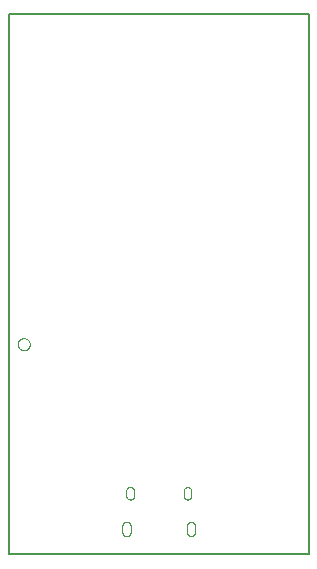
<source format=gko>
G75*
%MOIN*%
%OFA0B0*%
%FSLAX25Y25*%
%IPPOS*%
%LPD*%
%AMOC8*
5,1,8,0,0,1.08239X$1,22.5*
%
%ADD10C,0.00800*%
%ADD11C,0.00000*%
%ADD12C,0.00079*%
D10*
X0102833Y0056000D02*
X0102833Y0236000D01*
X0202833Y0236000D01*
X0202755Y0056000D01*
X0102833Y0056000D01*
D11*
X0105833Y0126000D02*
X0105835Y0126089D01*
X0105841Y0126178D01*
X0105851Y0126267D01*
X0105865Y0126355D01*
X0105882Y0126442D01*
X0105904Y0126528D01*
X0105930Y0126614D01*
X0105959Y0126698D01*
X0105992Y0126781D01*
X0106028Y0126862D01*
X0106069Y0126942D01*
X0106112Y0127019D01*
X0106159Y0127095D01*
X0106210Y0127168D01*
X0106263Y0127239D01*
X0106320Y0127308D01*
X0106380Y0127374D01*
X0106443Y0127438D01*
X0106508Y0127498D01*
X0106576Y0127556D01*
X0106647Y0127610D01*
X0106720Y0127661D01*
X0106795Y0127709D01*
X0106872Y0127754D01*
X0106951Y0127795D01*
X0107032Y0127832D01*
X0107114Y0127866D01*
X0107198Y0127897D01*
X0107283Y0127923D01*
X0107369Y0127946D01*
X0107456Y0127964D01*
X0107544Y0127979D01*
X0107633Y0127990D01*
X0107722Y0127997D01*
X0107811Y0128000D01*
X0107900Y0127999D01*
X0107989Y0127994D01*
X0108077Y0127985D01*
X0108166Y0127972D01*
X0108253Y0127955D01*
X0108340Y0127935D01*
X0108426Y0127910D01*
X0108510Y0127882D01*
X0108593Y0127850D01*
X0108675Y0127814D01*
X0108755Y0127775D01*
X0108833Y0127732D01*
X0108909Y0127686D01*
X0108983Y0127636D01*
X0109055Y0127583D01*
X0109124Y0127527D01*
X0109191Y0127468D01*
X0109255Y0127406D01*
X0109316Y0127342D01*
X0109375Y0127274D01*
X0109430Y0127204D01*
X0109482Y0127132D01*
X0109531Y0127057D01*
X0109576Y0126981D01*
X0109618Y0126902D01*
X0109656Y0126822D01*
X0109691Y0126740D01*
X0109722Y0126656D01*
X0109750Y0126571D01*
X0109773Y0126485D01*
X0109793Y0126398D01*
X0109809Y0126311D01*
X0109821Y0126222D01*
X0109829Y0126134D01*
X0109833Y0126045D01*
X0109833Y0125955D01*
X0109829Y0125866D01*
X0109821Y0125778D01*
X0109809Y0125689D01*
X0109793Y0125602D01*
X0109773Y0125515D01*
X0109750Y0125429D01*
X0109722Y0125344D01*
X0109691Y0125260D01*
X0109656Y0125178D01*
X0109618Y0125098D01*
X0109576Y0125019D01*
X0109531Y0124943D01*
X0109482Y0124868D01*
X0109430Y0124796D01*
X0109375Y0124726D01*
X0109316Y0124658D01*
X0109255Y0124594D01*
X0109191Y0124532D01*
X0109124Y0124473D01*
X0109055Y0124417D01*
X0108983Y0124364D01*
X0108909Y0124314D01*
X0108833Y0124268D01*
X0108755Y0124225D01*
X0108675Y0124186D01*
X0108593Y0124150D01*
X0108510Y0124118D01*
X0108426Y0124090D01*
X0108340Y0124065D01*
X0108253Y0124045D01*
X0108166Y0124028D01*
X0108077Y0124015D01*
X0107989Y0124006D01*
X0107900Y0124001D01*
X0107811Y0124000D01*
X0107722Y0124003D01*
X0107633Y0124010D01*
X0107544Y0124021D01*
X0107456Y0124036D01*
X0107369Y0124054D01*
X0107283Y0124077D01*
X0107198Y0124103D01*
X0107114Y0124134D01*
X0107032Y0124168D01*
X0106951Y0124205D01*
X0106872Y0124246D01*
X0106795Y0124291D01*
X0106720Y0124339D01*
X0106647Y0124390D01*
X0106576Y0124444D01*
X0106508Y0124502D01*
X0106443Y0124562D01*
X0106380Y0124626D01*
X0106320Y0124692D01*
X0106263Y0124761D01*
X0106210Y0124832D01*
X0106159Y0124905D01*
X0106112Y0124981D01*
X0106069Y0125058D01*
X0106028Y0125138D01*
X0105992Y0125219D01*
X0105959Y0125302D01*
X0105930Y0125386D01*
X0105904Y0125472D01*
X0105882Y0125558D01*
X0105865Y0125645D01*
X0105851Y0125733D01*
X0105841Y0125822D01*
X0105835Y0125911D01*
X0105833Y0126000D01*
D12*
X0141987Y0077094D02*
X0141987Y0075520D01*
X0141986Y0075520D02*
X0141991Y0075448D01*
X0142000Y0075376D01*
X0142013Y0075305D01*
X0142030Y0075234D01*
X0142050Y0075165D01*
X0142075Y0075097D01*
X0142102Y0075030D01*
X0142134Y0074965D01*
X0142169Y0074901D01*
X0142207Y0074840D01*
X0142248Y0074781D01*
X0142293Y0074724D01*
X0142341Y0074669D01*
X0142391Y0074618D01*
X0142445Y0074569D01*
X0142500Y0074523D01*
X0142559Y0074480D01*
X0142619Y0074440D01*
X0142682Y0074404D01*
X0142746Y0074371D01*
X0142812Y0074341D01*
X0142880Y0074316D01*
X0142949Y0074293D01*
X0143019Y0074275D01*
X0143090Y0074261D01*
X0143161Y0074250D01*
X0143233Y0074243D01*
X0143306Y0074240D01*
X0143306Y0074241D02*
X0143373Y0074239D01*
X0143440Y0074241D01*
X0143507Y0074247D01*
X0143574Y0074257D01*
X0143640Y0074270D01*
X0143705Y0074287D01*
X0143769Y0074308D01*
X0143831Y0074333D01*
X0143893Y0074361D01*
X0143952Y0074393D01*
X0144010Y0074427D01*
X0144065Y0074465D01*
X0144118Y0074507D01*
X0144169Y0074551D01*
X0144217Y0074598D01*
X0144263Y0074647D01*
X0144305Y0074700D01*
X0144345Y0074754D01*
X0144381Y0074811D01*
X0144414Y0074869D01*
X0144444Y0074930D01*
X0144470Y0074992D01*
X0144492Y0075055D01*
X0144511Y0075120D01*
X0144527Y0075185D01*
X0144538Y0075252D01*
X0144546Y0075318D01*
X0144550Y0075386D01*
X0144550Y0075453D01*
X0144546Y0075520D01*
X0144546Y0077094D01*
X0144544Y0077163D01*
X0144538Y0077232D01*
X0144529Y0077301D01*
X0144516Y0077369D01*
X0144499Y0077436D01*
X0144479Y0077503D01*
X0144455Y0077568D01*
X0144428Y0077631D01*
X0144397Y0077694D01*
X0144363Y0077754D01*
X0144325Y0077812D01*
X0144285Y0077869D01*
X0144242Y0077923D01*
X0144195Y0077974D01*
X0144146Y0078023D01*
X0144095Y0078070D01*
X0144041Y0078113D01*
X0143984Y0078153D01*
X0143926Y0078191D01*
X0143866Y0078225D01*
X0143803Y0078256D01*
X0143740Y0078283D01*
X0143675Y0078307D01*
X0143608Y0078327D01*
X0143541Y0078344D01*
X0143473Y0078357D01*
X0143404Y0078366D01*
X0143335Y0078372D01*
X0143266Y0078374D01*
X0143196Y0078373D01*
X0143127Y0078368D01*
X0143058Y0078360D01*
X0142989Y0078348D01*
X0142922Y0078332D01*
X0142855Y0078312D01*
X0142789Y0078288D01*
X0142725Y0078261D01*
X0142663Y0078231D01*
X0142602Y0078197D01*
X0142543Y0078160D01*
X0142486Y0078119D01*
X0142432Y0078076D01*
X0142380Y0078029D01*
X0142331Y0077980D01*
X0142284Y0077928D01*
X0142241Y0077874D01*
X0142200Y0077817D01*
X0142163Y0077758D01*
X0142129Y0077697D01*
X0142099Y0077635D01*
X0142072Y0077571D01*
X0142048Y0077505D01*
X0142028Y0077438D01*
X0142012Y0077371D01*
X0142000Y0077302D01*
X0141992Y0077233D01*
X0141987Y0077164D01*
X0141986Y0077094D01*
X0140707Y0065559D02*
X0140707Y0063197D01*
X0140708Y0063197D02*
X0140718Y0063126D01*
X0140732Y0063057D01*
X0140750Y0062988D01*
X0140771Y0062920D01*
X0140796Y0062853D01*
X0140825Y0062788D01*
X0140857Y0062724D01*
X0140892Y0062663D01*
X0140930Y0062603D01*
X0140972Y0062545D01*
X0141017Y0062490D01*
X0141064Y0062436D01*
X0141114Y0062386D01*
X0141167Y0062338D01*
X0141222Y0062293D01*
X0141280Y0062252D01*
X0141339Y0062213D01*
X0141401Y0062177D01*
X0141464Y0062145D01*
X0141530Y0062116D01*
X0141596Y0062091D01*
X0141664Y0062069D01*
X0141733Y0062051D01*
X0141802Y0062036D01*
X0141872Y0062026D01*
X0141943Y0062019D01*
X0142014Y0062015D01*
X0142085Y0062016D01*
X0142086Y0062016D02*
X0142157Y0062015D01*
X0142228Y0062019D01*
X0142299Y0062026D01*
X0142369Y0062036D01*
X0142438Y0062051D01*
X0142507Y0062069D01*
X0142575Y0062091D01*
X0142641Y0062116D01*
X0142707Y0062145D01*
X0142770Y0062177D01*
X0142832Y0062213D01*
X0142891Y0062252D01*
X0142949Y0062293D01*
X0143004Y0062338D01*
X0143057Y0062386D01*
X0143107Y0062436D01*
X0143154Y0062490D01*
X0143199Y0062545D01*
X0143241Y0062603D01*
X0143279Y0062663D01*
X0143314Y0062724D01*
X0143346Y0062788D01*
X0143375Y0062853D01*
X0143400Y0062920D01*
X0143421Y0062988D01*
X0143439Y0063057D01*
X0143453Y0063126D01*
X0143463Y0063197D01*
X0143463Y0065559D01*
X0143453Y0065630D01*
X0143439Y0065699D01*
X0143421Y0065768D01*
X0143400Y0065836D01*
X0143375Y0065903D01*
X0143346Y0065968D01*
X0143314Y0066032D01*
X0143279Y0066093D01*
X0143241Y0066153D01*
X0143199Y0066211D01*
X0143154Y0066266D01*
X0143107Y0066320D01*
X0143057Y0066370D01*
X0143004Y0066418D01*
X0142949Y0066463D01*
X0142891Y0066504D01*
X0142832Y0066543D01*
X0142770Y0066579D01*
X0142707Y0066611D01*
X0142641Y0066640D01*
X0142575Y0066665D01*
X0142507Y0066687D01*
X0142438Y0066705D01*
X0142369Y0066720D01*
X0142299Y0066730D01*
X0142228Y0066737D01*
X0142157Y0066741D01*
X0142086Y0066740D01*
X0142085Y0066740D02*
X0142014Y0066741D01*
X0141943Y0066737D01*
X0141872Y0066730D01*
X0141802Y0066720D01*
X0141733Y0066705D01*
X0141664Y0066687D01*
X0141596Y0066665D01*
X0141530Y0066640D01*
X0141464Y0066611D01*
X0141401Y0066579D01*
X0141339Y0066543D01*
X0141280Y0066504D01*
X0141222Y0066463D01*
X0141167Y0066418D01*
X0141114Y0066370D01*
X0141064Y0066320D01*
X0141017Y0066266D01*
X0140972Y0066211D01*
X0140930Y0066153D01*
X0140892Y0066093D01*
X0140857Y0066032D01*
X0140825Y0065968D01*
X0140796Y0065903D01*
X0140771Y0065836D01*
X0140750Y0065768D01*
X0140732Y0065699D01*
X0140718Y0065630D01*
X0140708Y0065559D01*
X0162203Y0065559D02*
X0162203Y0063197D01*
X0162204Y0063197D02*
X0162214Y0063126D01*
X0162228Y0063057D01*
X0162246Y0062988D01*
X0162267Y0062920D01*
X0162292Y0062853D01*
X0162321Y0062788D01*
X0162353Y0062724D01*
X0162388Y0062663D01*
X0162426Y0062603D01*
X0162468Y0062545D01*
X0162513Y0062490D01*
X0162560Y0062436D01*
X0162610Y0062386D01*
X0162663Y0062338D01*
X0162718Y0062293D01*
X0162776Y0062252D01*
X0162835Y0062213D01*
X0162897Y0062177D01*
X0162960Y0062145D01*
X0163026Y0062116D01*
X0163092Y0062091D01*
X0163160Y0062069D01*
X0163229Y0062051D01*
X0163298Y0062036D01*
X0163368Y0062026D01*
X0163439Y0062019D01*
X0163510Y0062015D01*
X0163581Y0062016D01*
X0163582Y0062016D02*
X0163653Y0062015D01*
X0163724Y0062019D01*
X0163795Y0062026D01*
X0163865Y0062036D01*
X0163934Y0062051D01*
X0164003Y0062069D01*
X0164071Y0062091D01*
X0164137Y0062116D01*
X0164203Y0062145D01*
X0164266Y0062177D01*
X0164328Y0062213D01*
X0164387Y0062252D01*
X0164445Y0062293D01*
X0164500Y0062338D01*
X0164553Y0062386D01*
X0164603Y0062436D01*
X0164650Y0062490D01*
X0164695Y0062545D01*
X0164737Y0062603D01*
X0164775Y0062663D01*
X0164810Y0062724D01*
X0164842Y0062788D01*
X0164871Y0062853D01*
X0164896Y0062920D01*
X0164917Y0062988D01*
X0164935Y0063057D01*
X0164949Y0063126D01*
X0164959Y0063197D01*
X0164959Y0065559D01*
X0164949Y0065630D01*
X0164935Y0065699D01*
X0164917Y0065768D01*
X0164896Y0065836D01*
X0164871Y0065903D01*
X0164842Y0065968D01*
X0164810Y0066032D01*
X0164775Y0066093D01*
X0164737Y0066153D01*
X0164695Y0066211D01*
X0164650Y0066266D01*
X0164603Y0066320D01*
X0164553Y0066370D01*
X0164500Y0066418D01*
X0164445Y0066463D01*
X0164387Y0066504D01*
X0164328Y0066543D01*
X0164266Y0066579D01*
X0164203Y0066611D01*
X0164137Y0066640D01*
X0164071Y0066665D01*
X0164003Y0066687D01*
X0163934Y0066705D01*
X0163865Y0066720D01*
X0163795Y0066730D01*
X0163724Y0066737D01*
X0163653Y0066741D01*
X0163582Y0066740D01*
X0163581Y0066740D02*
X0163510Y0066741D01*
X0163439Y0066737D01*
X0163368Y0066730D01*
X0163298Y0066720D01*
X0163229Y0066705D01*
X0163160Y0066687D01*
X0163092Y0066665D01*
X0163026Y0066640D01*
X0162960Y0066611D01*
X0162897Y0066579D01*
X0162835Y0066543D01*
X0162776Y0066504D01*
X0162718Y0066463D01*
X0162663Y0066418D01*
X0162610Y0066370D01*
X0162560Y0066320D01*
X0162513Y0066266D01*
X0162468Y0066211D01*
X0162426Y0066153D01*
X0162388Y0066093D01*
X0162353Y0066032D01*
X0162321Y0065968D01*
X0162292Y0065903D01*
X0162267Y0065836D01*
X0162246Y0065768D01*
X0162228Y0065699D01*
X0162214Y0065630D01*
X0162204Y0065559D01*
X0162440Y0074241D02*
X0162507Y0074239D01*
X0162574Y0074241D01*
X0162641Y0074247D01*
X0162708Y0074257D01*
X0162774Y0074270D01*
X0162839Y0074287D01*
X0162903Y0074308D01*
X0162965Y0074333D01*
X0163027Y0074361D01*
X0163086Y0074393D01*
X0163144Y0074427D01*
X0163199Y0074465D01*
X0163252Y0074507D01*
X0163303Y0074551D01*
X0163351Y0074598D01*
X0163397Y0074647D01*
X0163439Y0074700D01*
X0163479Y0074754D01*
X0163515Y0074811D01*
X0163548Y0074869D01*
X0163578Y0074930D01*
X0163604Y0074992D01*
X0163626Y0075055D01*
X0163645Y0075120D01*
X0163661Y0075185D01*
X0163672Y0075252D01*
X0163680Y0075318D01*
X0163684Y0075386D01*
X0163684Y0075453D01*
X0163680Y0075520D01*
X0163680Y0077094D01*
X0163678Y0077163D01*
X0163672Y0077232D01*
X0163663Y0077301D01*
X0163650Y0077369D01*
X0163633Y0077436D01*
X0163613Y0077503D01*
X0163589Y0077568D01*
X0163562Y0077631D01*
X0163531Y0077694D01*
X0163497Y0077754D01*
X0163459Y0077812D01*
X0163419Y0077869D01*
X0163376Y0077923D01*
X0163329Y0077974D01*
X0163280Y0078023D01*
X0163229Y0078070D01*
X0163175Y0078113D01*
X0163118Y0078153D01*
X0163060Y0078191D01*
X0163000Y0078225D01*
X0162937Y0078256D01*
X0162874Y0078283D01*
X0162809Y0078307D01*
X0162742Y0078327D01*
X0162675Y0078344D01*
X0162607Y0078357D01*
X0162538Y0078366D01*
X0162469Y0078372D01*
X0162400Y0078374D01*
X0162330Y0078373D01*
X0162261Y0078368D01*
X0162192Y0078360D01*
X0162123Y0078348D01*
X0162056Y0078332D01*
X0161989Y0078312D01*
X0161923Y0078288D01*
X0161859Y0078261D01*
X0161797Y0078231D01*
X0161736Y0078197D01*
X0161677Y0078160D01*
X0161620Y0078119D01*
X0161566Y0078076D01*
X0161514Y0078029D01*
X0161465Y0077980D01*
X0161418Y0077928D01*
X0161375Y0077874D01*
X0161334Y0077817D01*
X0161297Y0077758D01*
X0161263Y0077697D01*
X0161233Y0077635D01*
X0161206Y0077571D01*
X0161182Y0077505D01*
X0161162Y0077438D01*
X0161146Y0077371D01*
X0161134Y0077302D01*
X0161126Y0077233D01*
X0161121Y0077164D01*
X0161120Y0077094D01*
X0161121Y0077094D02*
X0161121Y0075520D01*
X0161120Y0075520D02*
X0161125Y0075448D01*
X0161134Y0075376D01*
X0161147Y0075305D01*
X0161164Y0075234D01*
X0161184Y0075165D01*
X0161209Y0075097D01*
X0161236Y0075030D01*
X0161268Y0074965D01*
X0161303Y0074901D01*
X0161341Y0074840D01*
X0161382Y0074781D01*
X0161427Y0074724D01*
X0161475Y0074669D01*
X0161525Y0074618D01*
X0161579Y0074569D01*
X0161634Y0074523D01*
X0161693Y0074480D01*
X0161753Y0074440D01*
X0161816Y0074404D01*
X0161880Y0074371D01*
X0161946Y0074341D01*
X0162014Y0074316D01*
X0162083Y0074293D01*
X0162153Y0074275D01*
X0162224Y0074261D01*
X0162295Y0074250D01*
X0162367Y0074243D01*
X0162440Y0074240D01*
M02*

</source>
